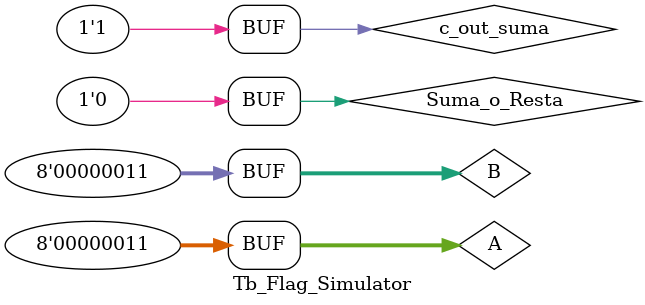
<source format=v>
`timescale 1ns / 1ps

module Tb_Flag_Simulator #(parameter N=8)( );
        reg [N-1:0] A; //RY
        reg [N-1:0] B; //RX
        reg c_out_suma;
        reg Suma_o_Resta;
        wire[2:0] Flags;
        
    Flag_Indicator uut (
            .A(A),
            .B(B),
            .c_out_suma(c_out_suma),
            .Suma_o_Resta(Suma_o_Resta),
            .Flags(Flags)
        );
        
            initial 
            begin 
            //Inicialización de las entradas
                A=0; // A
                B=0; // B
                c_out_suma=1; 
                Suma_o_Resta=0;
     
                #2
                A= 4'd4; 
                B= 4'd4;
                Suma_o_Resta=3'b001;
                #2
                A= 4'd4; 
                B= 4'd5;
                Suma_o_Resta=3'b001;
                #2
                A= 4'd3; 
                B= 4'd3;
                Suma_o_Resta=3'b000;
            
            end 
        
   
endmodule

</source>
